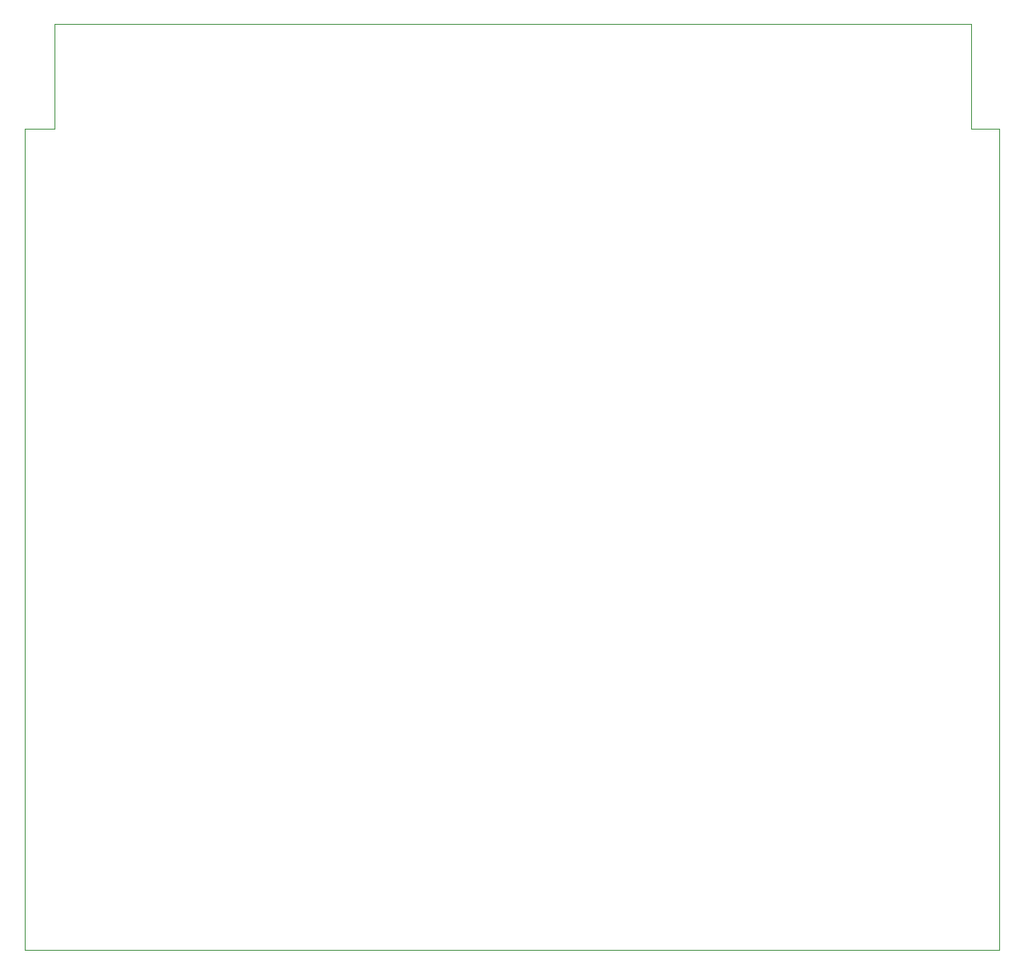
<source format=gm1>
G04 #@! TF.GenerationSoftware,KiCad,Pcbnew,(5.1.9)-1*
G04 #@! TF.CreationDate,2022-08-14T15:09:30+09:00*
G04 #@! TF.ProjectId,PC-8001mk2_SD,50432d38-3030-4316-9d6b-325f53442e6b,rev?*
G04 #@! TF.SameCoordinates,PX53920b0PY93c3260*
G04 #@! TF.FileFunction,Profile,NP*
%FSLAX46Y46*%
G04 Gerber Fmt 4.6, Leading zero omitted, Abs format (unit mm)*
G04 Created by KiCad (PCBNEW (5.1.9)-1) date 2022-08-14 15:09:30*
%MOMM*%
%LPD*%
G01*
G04 APERTURE LIST*
G04 #@! TA.AperFunction,Profile*
%ADD10C,0.050000*%
G04 #@! TD*
G04 APERTURE END LIST*
D10*
X97028000Y84201000D02*
X97028000Y94996000D01*
X99949000Y84201000D02*
X97028000Y84201000D01*
X3048000Y84201000D02*
X3048000Y94996000D01*
X0Y84201000D02*
X3048000Y84201000D01*
X0Y84201000D02*
X0Y0D01*
X99949000Y0D02*
X99949000Y84201000D01*
X0Y0D02*
X99949000Y0D01*
X97028000Y94996000D02*
X3048000Y94996000D01*
M02*

</source>
